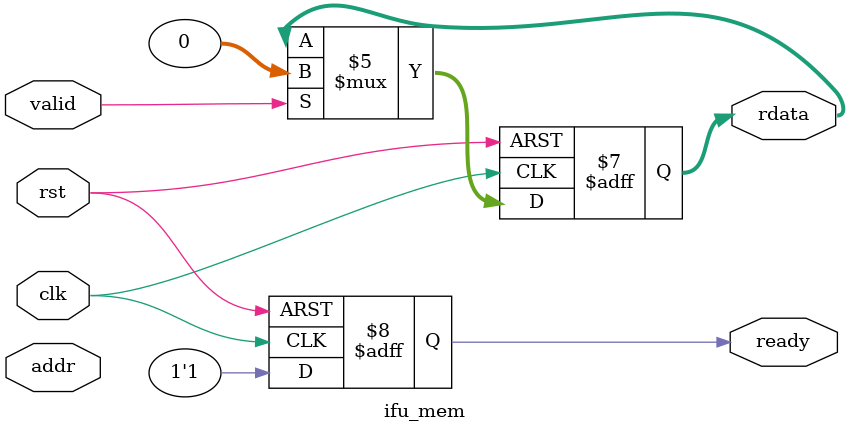
<source format=v>
`timescale 1ns / 1ps
module ifu_mem (
    input wire clk,
    input wire rst,
    input wire [31:0] addr,
    output reg [31:0] rdata,
    input wire valid,
    output reg ready
);

    `ifndef SYNTHESIS
    import "DPI-C" function void verilog_pmem_read(input int addr, output int data);
    `endif

    always @(posedge clk or posedge rst) begin
        if (rst) begin
            rdata <= 32'h0;
            ready <= 1'b1;
        end else if (valid) begin
            ready <= 1'b0;
            `ifndef SYNTHESIS
            verilog_pmem_read(addr, rdata);
            `else
            rdata <= 32'h0; // 综合时返回 0
            `endif
            ready <= 1'b1;
        end else begin
            ready <= 1'b1;
        end
    end

endmodule


</source>
